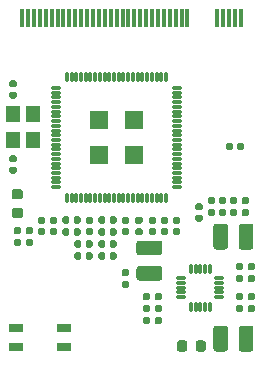
<source format=gbr>
%TF.GenerationSoftware,KiCad,Pcbnew,(5.1.6)-1*%
%TF.CreationDate,2020-09-21T21:17:43+08:00*%
%TF.ProjectId,f1c200s_core,66316332-3030-4735-9f63-6f72652e6b69,rev?*%
%TF.SameCoordinates,Original*%
%TF.FileFunction,Paste,Top*%
%TF.FilePolarity,Positive*%
%FSLAX46Y46*%
G04 Gerber Fmt 4.6, Leading zero omitted, Abs format (unit mm)*
G04 Created by KiCad (PCBNEW (5.1.6)-1) date 2020-09-21 21:17:43*
%MOMM*%
%LPD*%
G01*
G04 APERTURE LIST*
%ADD10R,0.350000X1.600000*%
%ADD11R,1.200000X0.800000*%
%ADD12R,1.200000X1.400000*%
%ADD13R,1.500000X1.500000*%
%ADD14O,0.260000X1.000000*%
%ADD15O,1.000000X0.260000*%
%ADD16O,1.000000X0.300000*%
%ADD17O,0.300000X1.000000*%
G04 APERTURE END LIST*
D10*
%TO.C,NGFF*%
X102420000Y-48470000D03*
X103420000Y-48470000D03*
X102920000Y-48470000D03*
X103920000Y-48470000D03*
X104420000Y-48470000D03*
X104920000Y-48470000D03*
X105420000Y-48470000D03*
X105920000Y-48470000D03*
X101920000Y-48470000D03*
X110420000Y-48470000D03*
X109920000Y-48470000D03*
X109420000Y-48470000D03*
X108920000Y-48470000D03*
X108420000Y-48470000D03*
X101420000Y-48470000D03*
X100920000Y-48470000D03*
X100420000Y-48470000D03*
X99920000Y-48470000D03*
X99420000Y-48470000D03*
X98920000Y-48470000D03*
X98420000Y-48470000D03*
X97920000Y-48470000D03*
X97420000Y-48470000D03*
X96920000Y-48470000D03*
X96420000Y-48470000D03*
X95920000Y-48470000D03*
X95420000Y-48470000D03*
X94920000Y-48470000D03*
X94420000Y-48470000D03*
X93920000Y-48470000D03*
X93420000Y-48470000D03*
X92920000Y-48470000D03*
X92420000Y-48470000D03*
X91920000Y-48470000D03*
%TD*%
%TO.C,R18*%
G36*
G01*
X103728000Y-73951500D02*
X103728000Y-74296500D01*
G75*
G02*
X103580500Y-74444000I-147500J0D01*
G01*
X103285500Y-74444000D01*
G75*
G02*
X103138000Y-74296500I0J147500D01*
G01*
X103138000Y-73951500D01*
G75*
G02*
X103285500Y-73804000I147500J0D01*
G01*
X103580500Y-73804000D01*
G75*
G02*
X103728000Y-73951500I0J-147500D01*
G01*
G37*
G36*
G01*
X102758000Y-73951500D02*
X102758000Y-74296500D01*
G75*
G02*
X102610500Y-74444000I-147500J0D01*
G01*
X102315500Y-74444000D01*
G75*
G02*
X102168000Y-74296500I0J147500D01*
G01*
X102168000Y-73951500D01*
G75*
G02*
X102315500Y-73804000I147500J0D01*
G01*
X102610500Y-73804000D01*
G75*
G02*
X102758000Y-73951500I0J-147500D01*
G01*
G37*
%TD*%
%TO.C,D2*%
G36*
G01*
X107475000Y-76026750D02*
X107475000Y-76539250D01*
G75*
G02*
X107256250Y-76758000I-218750J0D01*
G01*
X106818750Y-76758000D01*
G75*
G02*
X106600000Y-76539250I0J218750D01*
G01*
X106600000Y-76026750D01*
G75*
G02*
X106818750Y-75808000I218750J0D01*
G01*
X107256250Y-75808000D01*
G75*
G02*
X107475000Y-76026750I0J-218750D01*
G01*
G37*
G36*
G01*
X105900000Y-76026750D02*
X105900000Y-76539250D01*
G75*
G02*
X105681250Y-76758000I-218750J0D01*
G01*
X105243750Y-76758000D01*
G75*
G02*
X105025000Y-76539250I0J218750D01*
G01*
X105025000Y-76026750D01*
G75*
G02*
X105243750Y-75808000I218750J0D01*
G01*
X105681250Y-75808000D01*
G75*
G02*
X105900000Y-76026750I0J-218750D01*
G01*
G37*
%TD*%
%TO.C,D1*%
G36*
G01*
X91261750Y-62993000D02*
X91774250Y-62993000D01*
G75*
G02*
X91993000Y-63211750I0J-218750D01*
G01*
X91993000Y-63649250D01*
G75*
G02*
X91774250Y-63868000I-218750J0D01*
G01*
X91261750Y-63868000D01*
G75*
G02*
X91043000Y-63649250I0J218750D01*
G01*
X91043000Y-63211750D01*
G75*
G02*
X91261750Y-62993000I218750J0D01*
G01*
G37*
G36*
G01*
X91261750Y-64568000D02*
X91774250Y-64568000D01*
G75*
G02*
X91993000Y-64786750I0J-218750D01*
G01*
X91993000Y-65224250D01*
G75*
G02*
X91774250Y-65443000I-218750J0D01*
G01*
X91261750Y-65443000D01*
G75*
G02*
X91043000Y-65224250I0J218750D01*
G01*
X91043000Y-64786750D01*
G75*
G02*
X91261750Y-64568000I218750J0D01*
G01*
G37*
%TD*%
D11*
%TO.C,SW1*%
X91423000Y-76321000D03*
X95423000Y-76321000D03*
X91423000Y-74721000D03*
X95423000Y-74721000D03*
%TD*%
D12*
%TO.C,Y1*%
X92876000Y-58841000D03*
X92876000Y-56641000D03*
X91176000Y-56641000D03*
X91176000Y-58841000D03*
%TD*%
D13*
%TO.C,U3*%
X98400000Y-57130000D03*
X98400000Y-60130000D03*
X101400000Y-57130000D03*
X101400000Y-60130000D03*
D14*
X104100000Y-63730000D03*
X103700000Y-63730000D03*
X103300000Y-63730000D03*
X102900000Y-63730000D03*
X102500000Y-63730000D03*
X102100000Y-63730000D03*
X101700000Y-63730000D03*
X101300000Y-63730000D03*
X100900000Y-63730000D03*
X100500000Y-63730000D03*
X100100000Y-63730000D03*
X99700000Y-63730000D03*
X99300000Y-63730000D03*
X98900000Y-63730000D03*
X98500000Y-63730000D03*
X98100000Y-63730000D03*
X97700000Y-63730000D03*
X97300000Y-63730000D03*
X96900000Y-63730000D03*
X96500000Y-63730000D03*
X96100000Y-63730000D03*
X95700000Y-63730000D03*
D15*
X94800000Y-62830000D03*
X94800000Y-62430000D03*
X94800000Y-62030000D03*
X94800000Y-61630000D03*
X94800000Y-61230000D03*
X94800000Y-60830000D03*
X94800000Y-60430000D03*
X94800000Y-60030000D03*
X94800000Y-59630000D03*
X94800000Y-59230000D03*
X94800000Y-58830000D03*
X94800000Y-58430000D03*
X94800000Y-58030000D03*
X94800000Y-57630000D03*
X94800000Y-57230000D03*
X94800000Y-56830000D03*
X94800000Y-56430000D03*
X94800000Y-56030000D03*
X94800000Y-55630000D03*
X94800000Y-55230000D03*
X94800000Y-54830000D03*
X94800000Y-54430000D03*
D14*
X95700000Y-53530000D03*
X96100000Y-53530000D03*
X96500000Y-53530000D03*
X96900000Y-53530000D03*
X97300000Y-53530000D03*
X97700000Y-53530000D03*
X98100000Y-53530000D03*
X98500000Y-53530000D03*
X98900000Y-53530000D03*
X99300000Y-53530000D03*
X99700000Y-53530000D03*
X100100000Y-53530000D03*
X100500000Y-53530000D03*
X100900000Y-53530000D03*
X101300000Y-53530000D03*
X101700000Y-53530000D03*
X102100000Y-53530000D03*
X102500000Y-53530000D03*
X102900000Y-53530000D03*
X103300000Y-53530000D03*
X103700000Y-53530000D03*
X104100000Y-53530000D03*
D15*
X105000000Y-54430000D03*
X105000000Y-54830000D03*
X105000000Y-55230000D03*
X105000000Y-55630000D03*
X105000000Y-56030000D03*
X105000000Y-56430000D03*
X105000000Y-56830000D03*
X105000000Y-57230000D03*
X105000000Y-57630000D03*
X105000000Y-58030000D03*
X105000000Y-58430000D03*
X105000000Y-58830000D03*
X105000000Y-59230000D03*
X105000000Y-59630000D03*
X105000000Y-60030000D03*
X105000000Y-60430000D03*
X105000000Y-60830000D03*
X105000000Y-61230000D03*
X105000000Y-61630000D03*
X105000000Y-62030000D03*
X105000000Y-62430000D03*
X105000000Y-62830000D03*
%TD*%
D16*
%TO.C,U2*%
X108612000Y-72130000D03*
X108612000Y-71730000D03*
X108612000Y-71330000D03*
X108612000Y-70930000D03*
X108612000Y-70530000D03*
D17*
X107812000Y-69730000D03*
X107412000Y-69730000D03*
X107012000Y-69730000D03*
X106612000Y-69730000D03*
X106212000Y-69730000D03*
D16*
X105412000Y-70530000D03*
X105412000Y-70930000D03*
X105412000Y-71330000D03*
X105412000Y-71730000D03*
X105412000Y-72130000D03*
D17*
X106212000Y-72930000D03*
X106612000Y-72930000D03*
X107012000Y-72930000D03*
X107412000Y-72930000D03*
X107812000Y-72930000D03*
%TD*%
%TO.C,R15*%
G36*
G01*
X98358000Y-67819500D02*
X98358000Y-67474500D01*
G75*
G02*
X98505500Y-67327000I147500J0D01*
G01*
X98800500Y-67327000D01*
G75*
G02*
X98948000Y-67474500I0J-147500D01*
G01*
X98948000Y-67819500D01*
G75*
G02*
X98800500Y-67967000I-147500J0D01*
G01*
X98505500Y-67967000D01*
G75*
G02*
X98358000Y-67819500I0J147500D01*
G01*
G37*
G36*
G01*
X99328000Y-67819500D02*
X99328000Y-67474500D01*
G75*
G02*
X99475500Y-67327000I147500J0D01*
G01*
X99770500Y-67327000D01*
G75*
G02*
X99918000Y-67474500I0J-147500D01*
G01*
X99918000Y-67819500D01*
G75*
G02*
X99770500Y-67967000I-147500J0D01*
G01*
X99475500Y-67967000D01*
G75*
G02*
X99328000Y-67819500I0J147500D01*
G01*
G37*
%TD*%
%TO.C,R14*%
G36*
G01*
X103791500Y-65343000D02*
X104136500Y-65343000D01*
G75*
G02*
X104284000Y-65490500I0J-147500D01*
G01*
X104284000Y-65785500D01*
G75*
G02*
X104136500Y-65933000I-147500J0D01*
G01*
X103791500Y-65933000D01*
G75*
G02*
X103644000Y-65785500I0J147500D01*
G01*
X103644000Y-65490500D01*
G75*
G02*
X103791500Y-65343000I147500J0D01*
G01*
G37*
G36*
G01*
X103791500Y-66313000D02*
X104136500Y-66313000D01*
G75*
G02*
X104284000Y-66460500I0J-147500D01*
G01*
X104284000Y-66755500D01*
G75*
G02*
X104136500Y-66903000I-147500J0D01*
G01*
X103791500Y-66903000D01*
G75*
G02*
X103644000Y-66755500I0J147500D01*
G01*
X103644000Y-66460500D01*
G75*
G02*
X103791500Y-66313000I147500J0D01*
G01*
G37*
%TD*%
%TO.C,R13*%
G36*
G01*
X91345500Y-66232000D02*
X91690500Y-66232000D01*
G75*
G02*
X91838000Y-66379500I0J-147500D01*
G01*
X91838000Y-66674500D01*
G75*
G02*
X91690500Y-66822000I-147500J0D01*
G01*
X91345500Y-66822000D01*
G75*
G02*
X91198000Y-66674500I0J147500D01*
G01*
X91198000Y-66379500D01*
G75*
G02*
X91345500Y-66232000I147500J0D01*
G01*
G37*
G36*
G01*
X91345500Y-67202000D02*
X91690500Y-67202000D01*
G75*
G02*
X91838000Y-67349500I0J-147500D01*
G01*
X91838000Y-67644500D01*
G75*
G02*
X91690500Y-67792000I-147500J0D01*
G01*
X91345500Y-67792000D01*
G75*
G02*
X91198000Y-67644500I0J147500D01*
G01*
X91198000Y-67349500D01*
G75*
G02*
X91345500Y-67202000I147500J0D01*
G01*
G37*
%TD*%
%TO.C,R12*%
G36*
G01*
X95310000Y-65787500D02*
X95310000Y-65442500D01*
G75*
G02*
X95457500Y-65295000I147500J0D01*
G01*
X95752500Y-65295000D01*
G75*
G02*
X95900000Y-65442500I0J-147500D01*
G01*
X95900000Y-65787500D01*
G75*
G02*
X95752500Y-65935000I-147500J0D01*
G01*
X95457500Y-65935000D01*
G75*
G02*
X95310000Y-65787500I0J147500D01*
G01*
G37*
G36*
G01*
X96280000Y-65787500D02*
X96280000Y-65442500D01*
G75*
G02*
X96427500Y-65295000I147500J0D01*
G01*
X96722500Y-65295000D01*
G75*
G02*
X96870000Y-65442500I0J-147500D01*
G01*
X96870000Y-65787500D01*
G75*
G02*
X96722500Y-65935000I-147500J0D01*
G01*
X96427500Y-65935000D01*
G75*
G02*
X96280000Y-65787500I0J147500D01*
G01*
G37*
%TD*%
%TO.C,R11*%
G36*
G01*
X96870000Y-66458500D02*
X96870000Y-66803500D01*
G75*
G02*
X96722500Y-66951000I-147500J0D01*
G01*
X96427500Y-66951000D01*
G75*
G02*
X96280000Y-66803500I0J147500D01*
G01*
X96280000Y-66458500D01*
G75*
G02*
X96427500Y-66311000I147500J0D01*
G01*
X96722500Y-66311000D01*
G75*
G02*
X96870000Y-66458500I0J-147500D01*
G01*
G37*
G36*
G01*
X95900000Y-66458500D02*
X95900000Y-66803500D01*
G75*
G02*
X95752500Y-66951000I-147500J0D01*
G01*
X95457500Y-66951000D01*
G75*
G02*
X95310000Y-66803500I0J147500D01*
G01*
X95310000Y-66458500D01*
G75*
G02*
X95457500Y-66311000I147500J0D01*
G01*
X95752500Y-66311000D01*
G75*
G02*
X95900000Y-66458500I0J-147500D01*
G01*
G37*
%TD*%
%TO.C,R10*%
G36*
G01*
X98358000Y-68835500D02*
X98358000Y-68490500D01*
G75*
G02*
X98505500Y-68343000I147500J0D01*
G01*
X98800500Y-68343000D01*
G75*
G02*
X98948000Y-68490500I0J-147500D01*
G01*
X98948000Y-68835500D01*
G75*
G02*
X98800500Y-68983000I-147500J0D01*
G01*
X98505500Y-68983000D01*
G75*
G02*
X98358000Y-68835500I0J147500D01*
G01*
G37*
G36*
G01*
X99328000Y-68835500D02*
X99328000Y-68490500D01*
G75*
G02*
X99475500Y-68343000I147500J0D01*
G01*
X99770500Y-68343000D01*
G75*
G02*
X99918000Y-68490500I0J-147500D01*
G01*
X99918000Y-68835500D01*
G75*
G02*
X99770500Y-68983000I-147500J0D01*
G01*
X99475500Y-68983000D01*
G75*
G02*
X99328000Y-68835500I0J147500D01*
G01*
G37*
%TD*%
%TO.C,R7*%
G36*
G01*
X110042000Y-73280500D02*
X110042000Y-72935500D01*
G75*
G02*
X110189500Y-72788000I147500J0D01*
G01*
X110484500Y-72788000D01*
G75*
G02*
X110632000Y-72935500I0J-147500D01*
G01*
X110632000Y-73280500D01*
G75*
G02*
X110484500Y-73428000I-147500J0D01*
G01*
X110189500Y-73428000D01*
G75*
G02*
X110042000Y-73280500I0J147500D01*
G01*
G37*
G36*
G01*
X111012000Y-73280500D02*
X111012000Y-72935500D01*
G75*
G02*
X111159500Y-72788000I147500J0D01*
G01*
X111454500Y-72788000D01*
G75*
G02*
X111602000Y-72935500I0J-147500D01*
G01*
X111602000Y-73280500D01*
G75*
G02*
X111454500Y-73428000I-147500J0D01*
G01*
X111159500Y-73428000D01*
G75*
G02*
X111012000Y-73280500I0J147500D01*
G01*
G37*
%TD*%
%TO.C,R6*%
G36*
G01*
X110042000Y-69724500D02*
X110042000Y-69379500D01*
G75*
G02*
X110189500Y-69232000I147500J0D01*
G01*
X110484500Y-69232000D01*
G75*
G02*
X110632000Y-69379500I0J-147500D01*
G01*
X110632000Y-69724500D01*
G75*
G02*
X110484500Y-69872000I-147500J0D01*
G01*
X110189500Y-69872000D01*
G75*
G02*
X110042000Y-69724500I0J147500D01*
G01*
G37*
G36*
G01*
X111012000Y-69724500D02*
X111012000Y-69379500D01*
G75*
G02*
X111159500Y-69232000I147500J0D01*
G01*
X111454500Y-69232000D01*
G75*
G02*
X111602000Y-69379500I0J-147500D01*
G01*
X111602000Y-69724500D01*
G75*
G02*
X111454500Y-69872000I-147500J0D01*
G01*
X111159500Y-69872000D01*
G75*
G02*
X111012000Y-69724500I0J147500D01*
G01*
G37*
%TD*%
%TO.C,R5*%
G36*
G01*
X102267500Y-71820000D02*
X102612500Y-71820000D01*
G75*
G02*
X102760000Y-71967500I0J-147500D01*
G01*
X102760000Y-72262500D01*
G75*
G02*
X102612500Y-72410000I-147500J0D01*
G01*
X102267500Y-72410000D01*
G75*
G02*
X102120000Y-72262500I0J147500D01*
G01*
X102120000Y-71967500D01*
G75*
G02*
X102267500Y-71820000I147500J0D01*
G01*
G37*
G36*
G01*
X102267500Y-72790000D02*
X102612500Y-72790000D01*
G75*
G02*
X102760000Y-72937500I0J-147500D01*
G01*
X102760000Y-73232500D01*
G75*
G02*
X102612500Y-73380000I-147500J0D01*
G01*
X102267500Y-73380000D01*
G75*
G02*
X102120000Y-73232500I0J147500D01*
G01*
X102120000Y-72937500D01*
G75*
G02*
X102267500Y-72790000I147500J0D01*
G01*
G37*
%TD*%
%TO.C,R3*%
G36*
G01*
X111602000Y-71919500D02*
X111602000Y-72264500D01*
G75*
G02*
X111454500Y-72412000I-147500J0D01*
G01*
X111159500Y-72412000D01*
G75*
G02*
X111012000Y-72264500I0J147500D01*
G01*
X111012000Y-71919500D01*
G75*
G02*
X111159500Y-71772000I147500J0D01*
G01*
X111454500Y-71772000D01*
G75*
G02*
X111602000Y-71919500I0J-147500D01*
G01*
G37*
G36*
G01*
X110632000Y-71919500D02*
X110632000Y-72264500D01*
G75*
G02*
X110484500Y-72412000I-147500J0D01*
G01*
X110189500Y-72412000D01*
G75*
G02*
X110042000Y-72264500I0J147500D01*
G01*
X110042000Y-71919500D01*
G75*
G02*
X110189500Y-71772000I147500J0D01*
G01*
X110484500Y-71772000D01*
G75*
G02*
X110632000Y-71919500I0J-147500D01*
G01*
G37*
%TD*%
%TO.C,R2*%
G36*
G01*
X111602000Y-70395500D02*
X111602000Y-70740500D01*
G75*
G02*
X111454500Y-70888000I-147500J0D01*
G01*
X111159500Y-70888000D01*
G75*
G02*
X111012000Y-70740500I0J147500D01*
G01*
X111012000Y-70395500D01*
G75*
G02*
X111159500Y-70248000I147500J0D01*
G01*
X111454500Y-70248000D01*
G75*
G02*
X111602000Y-70395500I0J-147500D01*
G01*
G37*
G36*
G01*
X110632000Y-70395500D02*
X110632000Y-70740500D01*
G75*
G02*
X110484500Y-70888000I-147500J0D01*
G01*
X110189500Y-70888000D01*
G75*
G02*
X110042000Y-70740500I0J147500D01*
G01*
X110042000Y-70395500D01*
G75*
G02*
X110189500Y-70248000I147500J0D01*
G01*
X110484500Y-70248000D01*
G75*
G02*
X110632000Y-70395500I0J-147500D01*
G01*
G37*
%TD*%
%TO.C,R1*%
G36*
G01*
X103628500Y-73380000D02*
X103283500Y-73380000D01*
G75*
G02*
X103136000Y-73232500I0J147500D01*
G01*
X103136000Y-72937500D01*
G75*
G02*
X103283500Y-72790000I147500J0D01*
G01*
X103628500Y-72790000D01*
G75*
G02*
X103776000Y-72937500I0J-147500D01*
G01*
X103776000Y-73232500D01*
G75*
G02*
X103628500Y-73380000I-147500J0D01*
G01*
G37*
G36*
G01*
X103628500Y-72410000D02*
X103283500Y-72410000D01*
G75*
G02*
X103136000Y-72262500I0J147500D01*
G01*
X103136000Y-71967500D01*
G75*
G02*
X103283500Y-71820000I147500J0D01*
G01*
X103628500Y-71820000D01*
G75*
G02*
X103776000Y-71967500I0J-147500D01*
G01*
X103776000Y-72262500D01*
G75*
G02*
X103628500Y-72410000I-147500J0D01*
G01*
G37*
%TD*%
%TO.C,L3*%
G36*
G01*
X111506000Y-74798000D02*
X111506000Y-76498000D01*
G75*
G02*
X111256000Y-76748000I-250000J0D01*
G01*
X110506000Y-76748000D01*
G75*
G02*
X110256000Y-76498000I0J250000D01*
G01*
X110256000Y-74798000D01*
G75*
G02*
X110506000Y-74548000I250000J0D01*
G01*
X111256000Y-74548000D01*
G75*
G02*
X111506000Y-74798000I0J-250000D01*
G01*
G37*
G36*
G01*
X109356000Y-74798000D02*
X109356000Y-76498000D01*
G75*
G02*
X109106000Y-76748000I-250000J0D01*
G01*
X108356000Y-76748000D01*
G75*
G02*
X108106000Y-76498000I0J250000D01*
G01*
X108106000Y-74798000D01*
G75*
G02*
X108356000Y-74548000I250000J0D01*
G01*
X109106000Y-74548000D01*
G75*
G02*
X109356000Y-74798000I0J-250000D01*
G01*
G37*
%TD*%
%TO.C,L2*%
G36*
G01*
X111506000Y-66162000D02*
X111506000Y-67862000D01*
G75*
G02*
X111256000Y-68112000I-250000J0D01*
G01*
X110506000Y-68112000D01*
G75*
G02*
X110256000Y-67862000I0J250000D01*
G01*
X110256000Y-66162000D01*
G75*
G02*
X110506000Y-65912000I250000J0D01*
G01*
X111256000Y-65912000D01*
G75*
G02*
X111506000Y-66162000I0J-250000D01*
G01*
G37*
G36*
G01*
X109356000Y-66162000D02*
X109356000Y-67862000D01*
G75*
G02*
X109106000Y-68112000I-250000J0D01*
G01*
X108356000Y-68112000D01*
G75*
G02*
X108106000Y-67862000I0J250000D01*
G01*
X108106000Y-66162000D01*
G75*
G02*
X108356000Y-65912000I250000J0D01*
G01*
X109106000Y-65912000D01*
G75*
G02*
X109356000Y-66162000I0J-250000D01*
G01*
G37*
%TD*%
%TO.C,L1*%
G36*
G01*
X103544000Y-70744000D02*
X101844000Y-70744000D01*
G75*
G02*
X101594000Y-70494000I0J250000D01*
G01*
X101594000Y-69744000D01*
G75*
G02*
X101844000Y-69494000I250000J0D01*
G01*
X103544000Y-69494000D01*
G75*
G02*
X103794000Y-69744000I0J-250000D01*
G01*
X103794000Y-70494000D01*
G75*
G02*
X103544000Y-70744000I-250000J0D01*
G01*
G37*
G36*
G01*
X103544000Y-68594000D02*
X101844000Y-68594000D01*
G75*
G02*
X101594000Y-68344000I0J250000D01*
G01*
X101594000Y-67594000D01*
G75*
G02*
X101844000Y-67344000I250000J0D01*
G01*
X103544000Y-67344000D01*
G75*
G02*
X103794000Y-67594000I0J-250000D01*
G01*
X103794000Y-68344000D01*
G75*
G02*
X103544000Y-68594000I-250000J0D01*
G01*
G37*
%TD*%
%TO.C,C33*%
G36*
G01*
X106712500Y-64200000D02*
X107057500Y-64200000D01*
G75*
G02*
X107205000Y-64347500I0J-147500D01*
G01*
X107205000Y-64642500D01*
G75*
G02*
X107057500Y-64790000I-147500J0D01*
G01*
X106712500Y-64790000D01*
G75*
G02*
X106565000Y-64642500I0J147500D01*
G01*
X106565000Y-64347500D01*
G75*
G02*
X106712500Y-64200000I147500J0D01*
G01*
G37*
G36*
G01*
X106712500Y-65170000D02*
X107057500Y-65170000D01*
G75*
G02*
X107205000Y-65317500I0J-147500D01*
G01*
X107205000Y-65612500D01*
G75*
G02*
X107057500Y-65760000I-147500J0D01*
G01*
X106712500Y-65760000D01*
G75*
G02*
X106565000Y-65612500I0J147500D01*
G01*
X106565000Y-65317500D01*
G75*
G02*
X106712500Y-65170000I147500J0D01*
G01*
G37*
%TD*%
%TO.C,C32*%
G36*
G01*
X104807500Y-65343000D02*
X105152500Y-65343000D01*
G75*
G02*
X105300000Y-65490500I0J-147500D01*
G01*
X105300000Y-65785500D01*
G75*
G02*
X105152500Y-65933000I-147500J0D01*
G01*
X104807500Y-65933000D01*
G75*
G02*
X104660000Y-65785500I0J147500D01*
G01*
X104660000Y-65490500D01*
G75*
G02*
X104807500Y-65343000I147500J0D01*
G01*
G37*
G36*
G01*
X104807500Y-66313000D02*
X105152500Y-66313000D01*
G75*
G02*
X105300000Y-66460500I0J-147500D01*
G01*
X105300000Y-66755500D01*
G75*
G02*
X105152500Y-66903000I-147500J0D01*
G01*
X104807500Y-66903000D01*
G75*
G02*
X104660000Y-66755500I0J147500D01*
G01*
X104660000Y-66460500D01*
G75*
G02*
X104807500Y-66313000I147500J0D01*
G01*
G37*
%TD*%
%TO.C,C31*%
G36*
G01*
X99918000Y-65442500D02*
X99918000Y-65787500D01*
G75*
G02*
X99770500Y-65935000I-147500J0D01*
G01*
X99475500Y-65935000D01*
G75*
G02*
X99328000Y-65787500I0J147500D01*
G01*
X99328000Y-65442500D01*
G75*
G02*
X99475500Y-65295000I147500J0D01*
G01*
X99770500Y-65295000D01*
G75*
G02*
X99918000Y-65442500I0J-147500D01*
G01*
G37*
G36*
G01*
X98948000Y-65442500D02*
X98948000Y-65787500D01*
G75*
G02*
X98800500Y-65935000I-147500J0D01*
G01*
X98505500Y-65935000D01*
G75*
G02*
X98358000Y-65787500I0J147500D01*
G01*
X98358000Y-65442500D01*
G75*
G02*
X98505500Y-65295000I147500J0D01*
G01*
X98800500Y-65295000D01*
G75*
G02*
X98948000Y-65442500I0J-147500D01*
G01*
G37*
%TD*%
%TO.C,C30*%
G36*
G01*
X100489500Y-65343000D02*
X100834500Y-65343000D01*
G75*
G02*
X100982000Y-65490500I0J-147500D01*
G01*
X100982000Y-65785500D01*
G75*
G02*
X100834500Y-65933000I-147500J0D01*
G01*
X100489500Y-65933000D01*
G75*
G02*
X100342000Y-65785500I0J147500D01*
G01*
X100342000Y-65490500D01*
G75*
G02*
X100489500Y-65343000I147500J0D01*
G01*
G37*
G36*
G01*
X100489500Y-66313000D02*
X100834500Y-66313000D01*
G75*
G02*
X100982000Y-66460500I0J-147500D01*
G01*
X100982000Y-66755500D01*
G75*
G02*
X100834500Y-66903000I-147500J0D01*
G01*
X100489500Y-66903000D01*
G75*
G02*
X100342000Y-66755500I0J147500D01*
G01*
X100342000Y-66460500D01*
G75*
G02*
X100489500Y-66313000I147500J0D01*
G01*
G37*
%TD*%
%TO.C,C29*%
G36*
G01*
X99918000Y-66458500D02*
X99918000Y-66803500D01*
G75*
G02*
X99770500Y-66951000I-147500J0D01*
G01*
X99475500Y-66951000D01*
G75*
G02*
X99328000Y-66803500I0J147500D01*
G01*
X99328000Y-66458500D01*
G75*
G02*
X99475500Y-66311000I147500J0D01*
G01*
X99770500Y-66311000D01*
G75*
G02*
X99918000Y-66458500I0J-147500D01*
G01*
G37*
G36*
G01*
X98948000Y-66458500D02*
X98948000Y-66803500D01*
G75*
G02*
X98800500Y-66951000I-147500J0D01*
G01*
X98505500Y-66951000D01*
G75*
G02*
X98358000Y-66803500I0J147500D01*
G01*
X98358000Y-66458500D01*
G75*
G02*
X98505500Y-66311000I147500J0D01*
G01*
X98800500Y-66311000D01*
G75*
G02*
X98948000Y-66458500I0J-147500D01*
G01*
G37*
%TD*%
%TO.C,C28*%
G36*
G01*
X102775500Y-65343000D02*
X103120500Y-65343000D01*
G75*
G02*
X103268000Y-65490500I0J-147500D01*
G01*
X103268000Y-65785500D01*
G75*
G02*
X103120500Y-65933000I-147500J0D01*
G01*
X102775500Y-65933000D01*
G75*
G02*
X102628000Y-65785500I0J147500D01*
G01*
X102628000Y-65490500D01*
G75*
G02*
X102775500Y-65343000I147500J0D01*
G01*
G37*
G36*
G01*
X102775500Y-66313000D02*
X103120500Y-66313000D01*
G75*
G02*
X103268000Y-66460500I0J-147500D01*
G01*
X103268000Y-66755500D01*
G75*
G02*
X103120500Y-66903000I-147500J0D01*
G01*
X102775500Y-66903000D01*
G75*
G02*
X102628000Y-66755500I0J147500D01*
G01*
X102628000Y-66460500D01*
G75*
G02*
X102775500Y-66313000I147500J0D01*
G01*
G37*
%TD*%
%TO.C,C27*%
G36*
G01*
X91309500Y-61696000D02*
X90964500Y-61696000D01*
G75*
G02*
X90817000Y-61548500I0J147500D01*
G01*
X90817000Y-61253500D01*
G75*
G02*
X90964500Y-61106000I147500J0D01*
G01*
X91309500Y-61106000D01*
G75*
G02*
X91457000Y-61253500I0J-147500D01*
G01*
X91457000Y-61548500D01*
G75*
G02*
X91309500Y-61696000I-147500J0D01*
G01*
G37*
G36*
G01*
X91309500Y-60726000D02*
X90964500Y-60726000D01*
G75*
G02*
X90817000Y-60578500I0J147500D01*
G01*
X90817000Y-60283500D01*
G75*
G02*
X90964500Y-60136000I147500J0D01*
G01*
X91309500Y-60136000D01*
G75*
G02*
X91457000Y-60283500I0J-147500D01*
G01*
X91457000Y-60578500D01*
G75*
G02*
X91309500Y-60726000I-147500J0D01*
G01*
G37*
%TD*%
%TO.C,C26*%
G36*
G01*
X101632500Y-65343000D02*
X101977500Y-65343000D01*
G75*
G02*
X102125000Y-65490500I0J-147500D01*
G01*
X102125000Y-65785500D01*
G75*
G02*
X101977500Y-65933000I-147500J0D01*
G01*
X101632500Y-65933000D01*
G75*
G02*
X101485000Y-65785500I0J147500D01*
G01*
X101485000Y-65490500D01*
G75*
G02*
X101632500Y-65343000I147500J0D01*
G01*
G37*
G36*
G01*
X101632500Y-66313000D02*
X101977500Y-66313000D01*
G75*
G02*
X102125000Y-66460500I0J-147500D01*
G01*
X102125000Y-66755500D01*
G75*
G02*
X101977500Y-66903000I-147500J0D01*
G01*
X101632500Y-66903000D01*
G75*
G02*
X101485000Y-66755500I0J147500D01*
G01*
X101485000Y-66460500D01*
G75*
G02*
X101632500Y-66313000I147500J0D01*
G01*
G37*
%TD*%
%TO.C,C25*%
G36*
G01*
X109153000Y-59564500D02*
X109153000Y-59219500D01*
G75*
G02*
X109300500Y-59072000I147500J0D01*
G01*
X109595500Y-59072000D01*
G75*
G02*
X109743000Y-59219500I0J-147500D01*
G01*
X109743000Y-59564500D01*
G75*
G02*
X109595500Y-59712000I-147500J0D01*
G01*
X109300500Y-59712000D01*
G75*
G02*
X109153000Y-59564500I0J147500D01*
G01*
G37*
G36*
G01*
X110123000Y-59564500D02*
X110123000Y-59219500D01*
G75*
G02*
X110270500Y-59072000I147500J0D01*
G01*
X110565500Y-59072000D01*
G75*
G02*
X110713000Y-59219500I0J-147500D01*
G01*
X110713000Y-59564500D01*
G75*
G02*
X110565500Y-59712000I-147500J0D01*
G01*
X110270500Y-59712000D01*
G75*
G02*
X110123000Y-59564500I0J147500D01*
G01*
G37*
%TD*%
%TO.C,C24*%
G36*
G01*
X91309500Y-55346000D02*
X90964500Y-55346000D01*
G75*
G02*
X90817000Y-55198500I0J147500D01*
G01*
X90817000Y-54903500D01*
G75*
G02*
X90964500Y-54756000I147500J0D01*
G01*
X91309500Y-54756000D01*
G75*
G02*
X91457000Y-54903500I0J-147500D01*
G01*
X91457000Y-55198500D01*
G75*
G02*
X91309500Y-55346000I-147500J0D01*
G01*
G37*
G36*
G01*
X91309500Y-54376000D02*
X90964500Y-54376000D01*
G75*
G02*
X90817000Y-54228500I0J147500D01*
G01*
X90817000Y-53933500D01*
G75*
G02*
X90964500Y-53786000I147500J0D01*
G01*
X91309500Y-53786000D01*
G75*
G02*
X91457000Y-53933500I0J-147500D01*
G01*
X91457000Y-54228500D01*
G75*
G02*
X91309500Y-54376000I-147500J0D01*
G01*
G37*
%TD*%
%TO.C,C23*%
G36*
G01*
X107629000Y-64136500D02*
X107629000Y-63791500D01*
G75*
G02*
X107776500Y-63644000I147500J0D01*
G01*
X108071500Y-63644000D01*
G75*
G02*
X108219000Y-63791500I0J-147500D01*
G01*
X108219000Y-64136500D01*
G75*
G02*
X108071500Y-64284000I-147500J0D01*
G01*
X107776500Y-64284000D01*
G75*
G02*
X107629000Y-64136500I0J147500D01*
G01*
G37*
G36*
G01*
X108599000Y-64136500D02*
X108599000Y-63791500D01*
G75*
G02*
X108746500Y-63644000I147500J0D01*
G01*
X109041500Y-63644000D01*
G75*
G02*
X109189000Y-63791500I0J-147500D01*
G01*
X109189000Y-64136500D01*
G75*
G02*
X109041500Y-64284000I-147500J0D01*
G01*
X108746500Y-64284000D01*
G75*
G02*
X108599000Y-64136500I0J147500D01*
G01*
G37*
%TD*%
%TO.C,C21*%
G36*
G01*
X107629000Y-65152500D02*
X107629000Y-64807500D01*
G75*
G02*
X107776500Y-64660000I147500J0D01*
G01*
X108071500Y-64660000D01*
G75*
G02*
X108219000Y-64807500I0J-147500D01*
G01*
X108219000Y-65152500D01*
G75*
G02*
X108071500Y-65300000I-147500J0D01*
G01*
X107776500Y-65300000D01*
G75*
G02*
X107629000Y-65152500I0J147500D01*
G01*
G37*
G36*
G01*
X108599000Y-65152500D02*
X108599000Y-64807500D01*
G75*
G02*
X108746500Y-64660000I147500J0D01*
G01*
X109041500Y-64660000D01*
G75*
G02*
X109189000Y-64807500I0J-147500D01*
G01*
X109189000Y-65152500D01*
G75*
G02*
X109041500Y-65300000I-147500J0D01*
G01*
X108746500Y-65300000D01*
G75*
G02*
X108599000Y-65152500I0J147500D01*
G01*
G37*
%TD*%
%TO.C,C15*%
G36*
G01*
X96326000Y-67819500D02*
X96326000Y-67474500D01*
G75*
G02*
X96473500Y-67327000I147500J0D01*
G01*
X96768500Y-67327000D01*
G75*
G02*
X96916000Y-67474500I0J-147500D01*
G01*
X96916000Y-67819500D01*
G75*
G02*
X96768500Y-67967000I-147500J0D01*
G01*
X96473500Y-67967000D01*
G75*
G02*
X96326000Y-67819500I0J147500D01*
G01*
G37*
G36*
G01*
X97296000Y-67819500D02*
X97296000Y-67474500D01*
G75*
G02*
X97443500Y-67327000I147500J0D01*
G01*
X97738500Y-67327000D01*
G75*
G02*
X97886000Y-67474500I0J-147500D01*
G01*
X97886000Y-67819500D01*
G75*
G02*
X97738500Y-67967000I-147500J0D01*
G01*
X97443500Y-67967000D01*
G75*
G02*
X97296000Y-67819500I0J147500D01*
G01*
G37*
%TD*%
%TO.C,C13*%
G36*
G01*
X97441500Y-65343000D02*
X97786500Y-65343000D01*
G75*
G02*
X97934000Y-65490500I0J-147500D01*
G01*
X97934000Y-65785500D01*
G75*
G02*
X97786500Y-65933000I-147500J0D01*
G01*
X97441500Y-65933000D01*
G75*
G02*
X97294000Y-65785500I0J147500D01*
G01*
X97294000Y-65490500D01*
G75*
G02*
X97441500Y-65343000I147500J0D01*
G01*
G37*
G36*
G01*
X97441500Y-66313000D02*
X97786500Y-66313000D01*
G75*
G02*
X97934000Y-66460500I0J-147500D01*
G01*
X97934000Y-66755500D01*
G75*
G02*
X97786500Y-66903000I-147500J0D01*
G01*
X97441500Y-66903000D01*
G75*
G02*
X97294000Y-66755500I0J147500D01*
G01*
X97294000Y-66460500D01*
G75*
G02*
X97441500Y-66313000I147500J0D01*
G01*
G37*
%TD*%
%TO.C,C12*%
G36*
G01*
X93377500Y-65343000D02*
X93722500Y-65343000D01*
G75*
G02*
X93870000Y-65490500I0J-147500D01*
G01*
X93870000Y-65785500D01*
G75*
G02*
X93722500Y-65933000I-147500J0D01*
G01*
X93377500Y-65933000D01*
G75*
G02*
X93230000Y-65785500I0J147500D01*
G01*
X93230000Y-65490500D01*
G75*
G02*
X93377500Y-65343000I147500J0D01*
G01*
G37*
G36*
G01*
X93377500Y-66313000D02*
X93722500Y-66313000D01*
G75*
G02*
X93870000Y-66460500I0J-147500D01*
G01*
X93870000Y-66755500D01*
G75*
G02*
X93722500Y-66903000I-147500J0D01*
G01*
X93377500Y-66903000D01*
G75*
G02*
X93230000Y-66755500I0J147500D01*
G01*
X93230000Y-66460500D01*
G75*
G02*
X93377500Y-66313000I147500J0D01*
G01*
G37*
%TD*%
%TO.C,C10*%
G36*
G01*
X96326000Y-68835500D02*
X96326000Y-68490500D01*
G75*
G02*
X96473500Y-68343000I147500J0D01*
G01*
X96768500Y-68343000D01*
G75*
G02*
X96916000Y-68490500I0J-147500D01*
G01*
X96916000Y-68835500D01*
G75*
G02*
X96768500Y-68983000I-147500J0D01*
G01*
X96473500Y-68983000D01*
G75*
G02*
X96326000Y-68835500I0J147500D01*
G01*
G37*
G36*
G01*
X97296000Y-68835500D02*
X97296000Y-68490500D01*
G75*
G02*
X97443500Y-68343000I147500J0D01*
G01*
X97738500Y-68343000D01*
G75*
G02*
X97886000Y-68490500I0J-147500D01*
G01*
X97886000Y-68835500D01*
G75*
G02*
X97738500Y-68983000I-147500J0D01*
G01*
X97443500Y-68983000D01*
G75*
G02*
X97296000Y-68835500I0J147500D01*
G01*
G37*
%TD*%
%TO.C,C8*%
G36*
G01*
X94393500Y-65343000D02*
X94738500Y-65343000D01*
G75*
G02*
X94886000Y-65490500I0J-147500D01*
G01*
X94886000Y-65785500D01*
G75*
G02*
X94738500Y-65933000I-147500J0D01*
G01*
X94393500Y-65933000D01*
G75*
G02*
X94246000Y-65785500I0J147500D01*
G01*
X94246000Y-65490500D01*
G75*
G02*
X94393500Y-65343000I147500J0D01*
G01*
G37*
G36*
G01*
X94393500Y-66313000D02*
X94738500Y-66313000D01*
G75*
G02*
X94886000Y-66460500I0J-147500D01*
G01*
X94886000Y-66755500D01*
G75*
G02*
X94738500Y-66903000I-147500J0D01*
G01*
X94393500Y-66903000D01*
G75*
G02*
X94246000Y-66755500I0J147500D01*
G01*
X94246000Y-66460500D01*
G75*
G02*
X94393500Y-66313000I147500J0D01*
G01*
G37*
%TD*%
%TO.C,C7*%
G36*
G01*
X111094000Y-64807500D02*
X111094000Y-65152500D01*
G75*
G02*
X110946500Y-65300000I-147500J0D01*
G01*
X110651500Y-65300000D01*
G75*
G02*
X110504000Y-65152500I0J147500D01*
G01*
X110504000Y-64807500D01*
G75*
G02*
X110651500Y-64660000I147500J0D01*
G01*
X110946500Y-64660000D01*
G75*
G02*
X111094000Y-64807500I0J-147500D01*
G01*
G37*
G36*
G01*
X110124000Y-64807500D02*
X110124000Y-65152500D01*
G75*
G02*
X109976500Y-65300000I-147500J0D01*
G01*
X109681500Y-65300000D01*
G75*
G02*
X109534000Y-65152500I0J147500D01*
G01*
X109534000Y-64807500D01*
G75*
G02*
X109681500Y-64660000I147500J0D01*
G01*
X109976500Y-64660000D01*
G75*
G02*
X110124000Y-64807500I0J-147500D01*
G01*
G37*
%TD*%
%TO.C,C6*%
G36*
G01*
X100489500Y-69788000D02*
X100834500Y-69788000D01*
G75*
G02*
X100982000Y-69935500I0J-147500D01*
G01*
X100982000Y-70230500D01*
G75*
G02*
X100834500Y-70378000I-147500J0D01*
G01*
X100489500Y-70378000D01*
G75*
G02*
X100342000Y-70230500I0J147500D01*
G01*
X100342000Y-69935500D01*
G75*
G02*
X100489500Y-69788000I147500J0D01*
G01*
G37*
G36*
G01*
X100489500Y-70758000D02*
X100834500Y-70758000D01*
G75*
G02*
X100982000Y-70905500I0J-147500D01*
G01*
X100982000Y-71200500D01*
G75*
G02*
X100834500Y-71348000I-147500J0D01*
G01*
X100489500Y-71348000D01*
G75*
G02*
X100342000Y-71200500I0J147500D01*
G01*
X100342000Y-70905500D01*
G75*
G02*
X100489500Y-70758000I147500J0D01*
G01*
G37*
%TD*%
%TO.C,C4*%
G36*
G01*
X92706500Y-67792000D02*
X92361500Y-67792000D01*
G75*
G02*
X92214000Y-67644500I0J147500D01*
G01*
X92214000Y-67349500D01*
G75*
G02*
X92361500Y-67202000I147500J0D01*
G01*
X92706500Y-67202000D01*
G75*
G02*
X92854000Y-67349500I0J-147500D01*
G01*
X92854000Y-67644500D01*
G75*
G02*
X92706500Y-67792000I-147500J0D01*
G01*
G37*
G36*
G01*
X92706500Y-66822000D02*
X92361500Y-66822000D01*
G75*
G02*
X92214000Y-66674500I0J147500D01*
G01*
X92214000Y-66379500D01*
G75*
G02*
X92361500Y-66232000I147500J0D01*
G01*
X92706500Y-66232000D01*
G75*
G02*
X92854000Y-66379500I0J-147500D01*
G01*
X92854000Y-66674500D01*
G75*
G02*
X92706500Y-66822000I-147500J0D01*
G01*
G37*
%TD*%
%TO.C,C2*%
G36*
G01*
X109534000Y-64136500D02*
X109534000Y-63791500D01*
G75*
G02*
X109681500Y-63644000I147500J0D01*
G01*
X109976500Y-63644000D01*
G75*
G02*
X110124000Y-63791500I0J-147500D01*
G01*
X110124000Y-64136500D01*
G75*
G02*
X109976500Y-64284000I-147500J0D01*
G01*
X109681500Y-64284000D01*
G75*
G02*
X109534000Y-64136500I0J147500D01*
G01*
G37*
G36*
G01*
X110504000Y-64136500D02*
X110504000Y-63791500D01*
G75*
G02*
X110651500Y-63644000I147500J0D01*
G01*
X110946500Y-63644000D01*
G75*
G02*
X111094000Y-63791500I0J-147500D01*
G01*
X111094000Y-64136500D01*
G75*
G02*
X110946500Y-64284000I-147500J0D01*
G01*
X110651500Y-64284000D01*
G75*
G02*
X110504000Y-64136500I0J147500D01*
G01*
G37*
%TD*%
M02*

</source>
